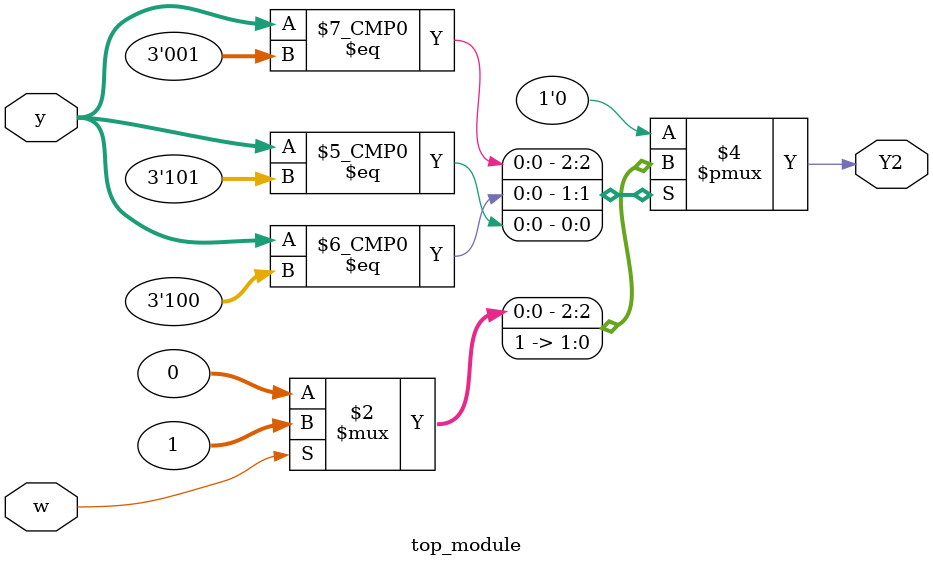
<source format=sv>
module top_module(
    input [3:1] y,
    input w,
    output reg Y2);

    // Encode states for readability
    parameter A = 3'b000;
    parameter B = 3'b001;
    parameter C = 3'b010;
    parameter D = 3'b011;
    parameter E = 3'b100;
    parameter F = 3'b101;

    always @(*) begin
        case (y)
            A: Y2 = 0;
            B: Y2 = (w) ? 1 : 0;
            C: Y2 = 0;
            D: Y2 = 0;
            E: Y2 = 1;
            F: Y2 = 1;
            default: Y2 = 0;
        endcase
    end
endmodule

</source>
